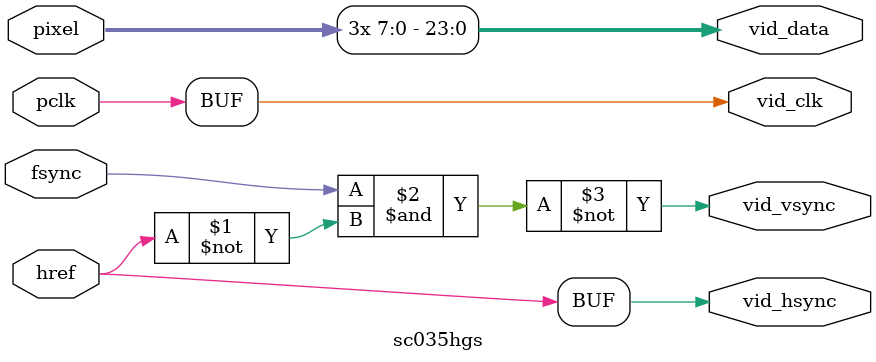
<source format=v>
`timescale 1ns / 1ps


module sc035hgs
(
    input pclk,
    input fsync,
    input href,
    input [7:0] pixel,
    output vid_clk,
    output vid_vsync,
    output vid_hsync,
    output [23:0] vid_data
);

    assign vid_clk = pclk;
    assign vid_vsync = ~(fsync & (~href));
    assign vid_hsync = href;
    assign vid_data = { pixel, pixel, pixel };

endmodule

</source>
